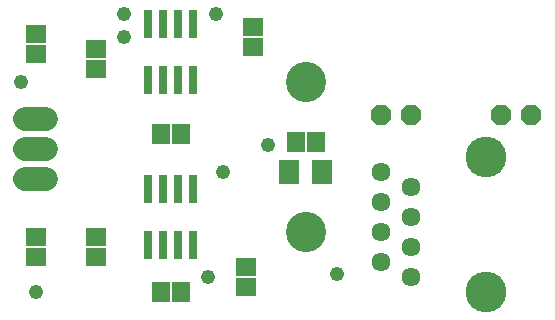
<source format=gts>
G75*
%MOIN*%
%OFA0B0*%
%FSLAX24Y24*%
%IPPOS*%
%LPD*%
%AMOC8*
5,1,8,0,0,1.08239X$1,22.5*
%
%ADD10C,0.1340*%
%ADD11R,0.0710X0.0789*%
%ADD12C,0.0634*%
%ADD13C,0.1360*%
%ADD14R,0.0300X0.0940*%
%ADD15R,0.0671X0.0592*%
%ADD16R,0.0592X0.0671*%
%ADD17C,0.0789*%
%ADD18OC8,0.0674*%
%ADD19C,0.0480*%
D10*
X010583Y006833D03*
X010583Y011833D03*
D11*
X010032Y008833D03*
X011135Y008833D03*
D12*
X013083Y008833D03*
X014083Y008333D03*
X013083Y007833D03*
X014083Y007333D03*
X013083Y006833D03*
X014083Y006333D03*
X013083Y005833D03*
X014083Y005333D03*
D13*
X016583Y004833D03*
X016583Y009333D03*
D14*
X006833Y008263D03*
X006333Y008263D03*
X005833Y008263D03*
X005333Y008263D03*
X005333Y006403D03*
X005833Y006403D03*
X006333Y006403D03*
X006833Y006403D03*
X006833Y011903D03*
X006333Y011903D03*
X005833Y011903D03*
X005333Y011903D03*
X005333Y013763D03*
X005833Y013763D03*
X006333Y013763D03*
X006833Y013763D03*
D15*
X008833Y013668D03*
X008833Y012999D03*
X003583Y012918D03*
X003583Y012249D03*
X001583Y012749D03*
X001583Y013418D03*
X001583Y006668D03*
X001583Y005999D03*
X003583Y005999D03*
X003583Y006668D03*
X008583Y005668D03*
X008583Y004999D03*
D16*
X006418Y004833D03*
X005749Y004833D03*
X010249Y009833D03*
X010918Y009833D03*
X006418Y010083D03*
X005749Y010083D03*
D17*
X001938Y009583D02*
X001229Y009583D01*
X001229Y008583D02*
X001938Y008583D01*
X001938Y010583D02*
X001229Y010583D01*
D18*
X013083Y010733D03*
X014083Y010733D03*
X017083Y010733D03*
X018083Y010733D03*
D19*
X001583Y004833D03*
X007333Y005333D03*
X011633Y005433D03*
X007833Y008833D03*
X009333Y009733D03*
X004533Y013333D03*
X004533Y014083D03*
X007583Y014083D03*
X001083Y011833D03*
M02*

</source>
